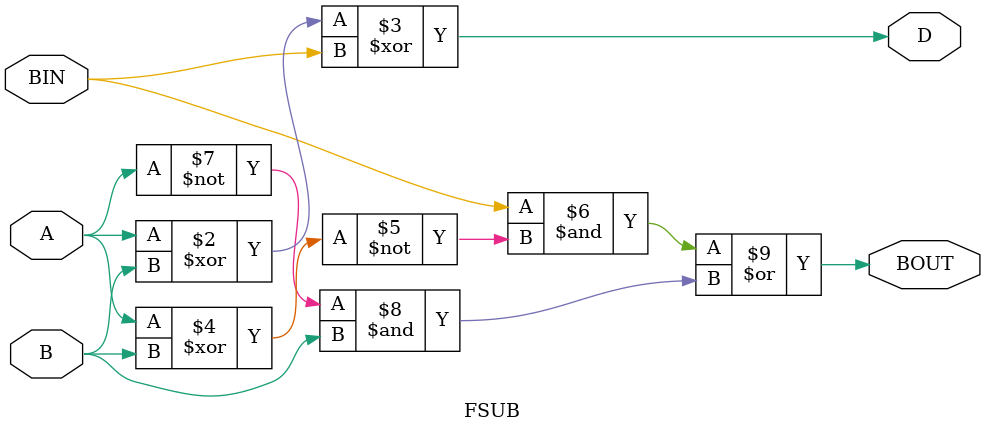
<source format=v>
module FSUB(
    input A,
    input B,
    input BIN,
    output reg D,
    output reg BOUT
    );
always @(A or B or BIN)
begin
D = A ^ B ^ BIN;
BOUT= BIN & ~(A ^ B) | ~A & B;
end  

endmodule

</source>
